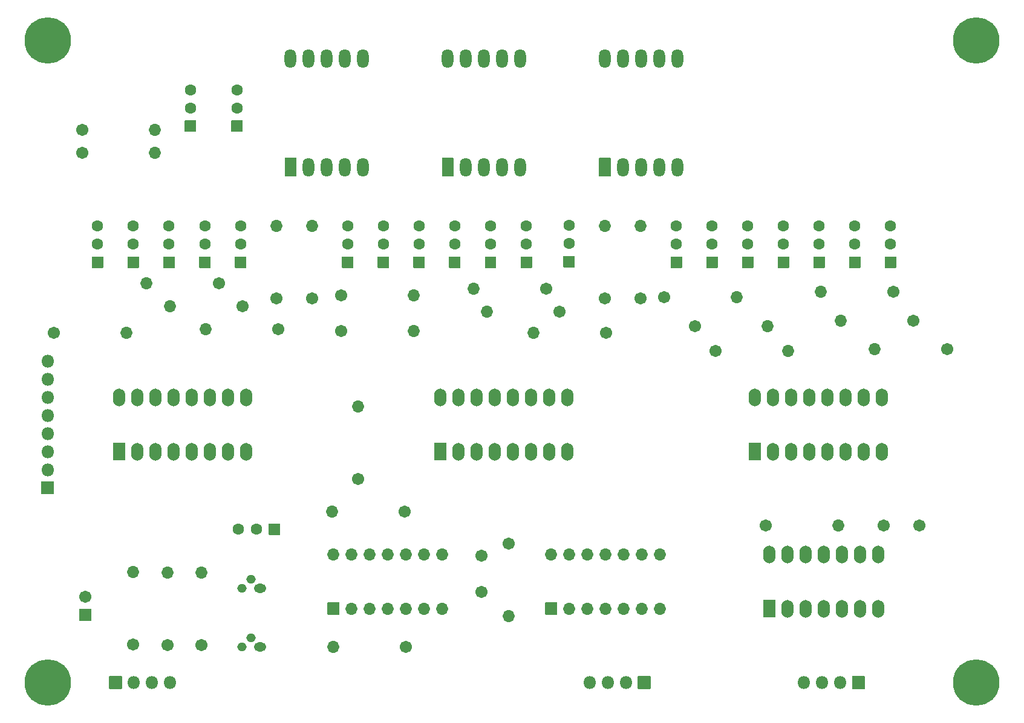
<source format=gbr>
%TF.GenerationSoftware,KiCad,Pcbnew,(5.1.10-1-10_14)*%
%TF.CreationDate,2022-01-24T17:11:52+11:00*%
%TF.ProjectId,Octal display,4f637461-6c20-4646-9973-706c61792e6b,rev?*%
%TF.SameCoordinates,Original*%
%TF.FileFunction,Soldermask,Bot*%
%TF.FilePolarity,Negative*%
%FSLAX46Y46*%
G04 Gerber Fmt 4.6, Leading zero omitted, Abs format (unit mm)*
G04 Created by KiCad (PCBNEW (5.1.10-1-10_14)) date 2022-01-24 17:11:52*
%MOMM*%
%LPD*%
G01*
G04 APERTURE LIST*
%ADD10O,1.802000X1.802000*%
%ADD11O,1.702000X2.502000*%
%ADD12C,1.702000*%
%ADD13O,1.702000X1.702000*%
%ADD14O,1.302000X1.302000*%
%ADD15O,1.702000X1.302000*%
%ADD16C,1.602000*%
%ADD17C,0.902000*%
%ADD18C,6.502000*%
%ADD19O,1.626000X2.626000*%
G04 APERTURE END LIST*
D10*
%TO.C,J3*%
X130880000Y-145000000D03*
X133420000Y-145000000D03*
X135960000Y-145000000D03*
G36*
G01*
X137650000Y-144099000D02*
X139350000Y-144099000D01*
G75*
G02*
X139401000Y-144150000I0J-51000D01*
G01*
X139401000Y-145850000D01*
G75*
G02*
X139350000Y-145901000I-51000J0D01*
G01*
X137650000Y-145901000D01*
G75*
G02*
X137599000Y-145850000I0J51000D01*
G01*
X137599000Y-144150000D01*
G75*
G02*
X137650000Y-144099000I51000J0D01*
G01*
G37*
%TD*%
D11*
%TO.C,U2*%
X65000000Y-105000000D03*
X82780000Y-112620000D03*
X67540000Y-105000000D03*
X80240000Y-112620000D03*
X70080000Y-105000000D03*
X77700000Y-112620000D03*
X72620000Y-105000000D03*
X75160000Y-112620000D03*
X75160000Y-105000000D03*
X72620000Y-112620000D03*
X77700000Y-105000000D03*
X70080000Y-112620000D03*
X80240000Y-105000000D03*
X67540000Y-112620000D03*
X82780000Y-105000000D03*
G36*
G01*
X65800000Y-113871000D02*
X64200000Y-113871000D01*
G75*
G02*
X64149000Y-113820000I0J51000D01*
G01*
X64149000Y-111420000D01*
G75*
G02*
X64200000Y-111369000I51000J0D01*
G01*
X65800000Y-111369000D01*
G75*
G02*
X65851000Y-111420000I0J-51000D01*
G01*
X65851000Y-113820000D01*
G75*
G02*
X65800000Y-113871000I-51000J0D01*
G01*
G37*
%TD*%
%TO.C,U4*%
X154000000Y-105000000D03*
X171780000Y-112620000D03*
X156540000Y-105000000D03*
X169240000Y-112620000D03*
X159080000Y-105000000D03*
X166700000Y-112620000D03*
X161620000Y-105000000D03*
X164160000Y-112620000D03*
X164160000Y-105000000D03*
X161620000Y-112620000D03*
X166700000Y-105000000D03*
X159080000Y-112620000D03*
X169240000Y-105000000D03*
X156540000Y-112620000D03*
X171780000Y-105000000D03*
G36*
G01*
X154800000Y-113871000D02*
X153200000Y-113871000D01*
G75*
G02*
X153149000Y-113820000I0J51000D01*
G01*
X153149000Y-111420000D01*
G75*
G02*
X153200000Y-111369000I51000J0D01*
G01*
X154800000Y-111369000D01*
G75*
G02*
X154851000Y-111420000I0J-51000D01*
G01*
X154851000Y-113820000D01*
G75*
G02*
X154800000Y-113871000I-51000J0D01*
G01*
G37*
%TD*%
%TO.C,U3*%
X110000000Y-105000000D03*
X127780000Y-112620000D03*
X112540000Y-105000000D03*
X125240000Y-112620000D03*
X115080000Y-105000000D03*
X122700000Y-112620000D03*
X117620000Y-105000000D03*
X120160000Y-112620000D03*
X120160000Y-105000000D03*
X117620000Y-112620000D03*
X122700000Y-105000000D03*
X115080000Y-112620000D03*
X125240000Y-105000000D03*
X112540000Y-112620000D03*
X127780000Y-105000000D03*
G36*
G01*
X110800000Y-113871000D02*
X109200000Y-113871000D01*
G75*
G02*
X109149000Y-113820000I0J51000D01*
G01*
X109149000Y-111420000D01*
G75*
G02*
X109200000Y-111369000I51000J0D01*
G01*
X110800000Y-111369000D01*
G75*
G02*
X110851000Y-111420000I0J-51000D01*
G01*
X110851000Y-113820000D01*
G75*
G02*
X110800000Y-113871000I-51000J0D01*
G01*
G37*
%TD*%
D10*
%TO.C,J4*%
X72120000Y-145000000D03*
X69580000Y-145000000D03*
X67040000Y-145000000D03*
G36*
G01*
X63650000Y-144099000D02*
X65350000Y-144099000D01*
G75*
G02*
X65401000Y-144150000I0J-51000D01*
G01*
X65401000Y-145850000D01*
G75*
G02*
X65350000Y-145901000I-51000J0D01*
G01*
X63650000Y-145901000D01*
G75*
G02*
X63599000Y-145850000I0J51000D01*
G01*
X63599000Y-144150000D01*
G75*
G02*
X63650000Y-144099000I51000J0D01*
G01*
G37*
%TD*%
D12*
%TO.C,C2*%
X115750000Y-127250000D03*
X115750000Y-132250000D03*
%TD*%
%TO.C,C3*%
X60250000Y-133000000D03*
G36*
G01*
X61050000Y-136351000D02*
X59450000Y-136351000D01*
G75*
G02*
X59399000Y-136300000I0J51000D01*
G01*
X59399000Y-134700000D01*
G75*
G02*
X59450000Y-134649000I51000J0D01*
G01*
X61050000Y-134649000D01*
G75*
G02*
X61101000Y-134700000I0J-51000D01*
G01*
X61101000Y-136300000D01*
G75*
G02*
X61050000Y-136351000I-51000J0D01*
G01*
G37*
%TD*%
D13*
%TO.C,R29*%
X67000000Y-129500000D03*
D12*
X67000000Y-139660000D03*
%TD*%
D13*
%TO.C,R28*%
X71750000Y-129590000D03*
D12*
X71750000Y-139750000D03*
%TD*%
D14*
%TO.C,Q24*%
X82210000Y-140000000D03*
X83480000Y-138730000D03*
D15*
X84750000Y-140000000D03*
%TD*%
D14*
%TO.C,Q23*%
X82210000Y-131750000D03*
X83480000Y-130480000D03*
D15*
X84750000Y-131750000D03*
%TD*%
%TO.C,D1*%
G36*
G01*
X87551000Y-122750000D02*
X87551000Y-124250000D01*
G75*
G02*
X87500000Y-124301000I-51000J0D01*
G01*
X86000000Y-124301000D01*
G75*
G02*
X85949000Y-124250000I0J51000D01*
G01*
X85949000Y-122750000D01*
G75*
G02*
X86000000Y-122699000I51000J0D01*
G01*
X87500000Y-122699000D01*
G75*
G02*
X87551000Y-122750000I0J-51000D01*
G01*
G37*
D16*
X81670000Y-123500000D03*
X84210000Y-123500000D03*
%TD*%
D13*
%TO.C,U6*%
X95000000Y-127000000D03*
X110240000Y-134620000D03*
X97540000Y-127000000D03*
X107700000Y-134620000D03*
X100080000Y-127000000D03*
X105160000Y-134620000D03*
X102620000Y-127000000D03*
X102620000Y-134620000D03*
X105160000Y-127000000D03*
X100080000Y-134620000D03*
X107700000Y-127000000D03*
X97540000Y-134620000D03*
X110240000Y-127000000D03*
G36*
G01*
X95800000Y-135471000D02*
X94200000Y-135471000D01*
G75*
G02*
X94149000Y-135420000I0J51000D01*
G01*
X94149000Y-133820000D01*
G75*
G02*
X94200000Y-133769000I51000J0D01*
G01*
X95800000Y-133769000D01*
G75*
G02*
X95851000Y-133820000I0J-51000D01*
G01*
X95851000Y-135420000D01*
G75*
G02*
X95800000Y-135471000I-51000J0D01*
G01*
G37*
%TD*%
%TO.C,R27*%
X98500000Y-106340000D03*
D12*
X98500000Y-116500000D03*
%TD*%
D13*
%TO.C,R26*%
X95000000Y-140000000D03*
D12*
X105160000Y-140000000D03*
%TD*%
D13*
%TO.C,R25*%
X76500000Y-129590000D03*
D12*
X76500000Y-139750000D03*
%TD*%
D13*
%TO.C,R24*%
X94840000Y-121000000D03*
D12*
X105000000Y-121000000D03*
%TD*%
D13*
%TO.C,R23*%
X119500000Y-135660000D03*
D12*
X119500000Y-125500000D03*
%TD*%
D13*
%TO.C,U5*%
X125500000Y-127000000D03*
X140740000Y-134620000D03*
X128040000Y-127000000D03*
X138200000Y-134620000D03*
X130580000Y-127000000D03*
X135660000Y-134620000D03*
X133120000Y-127000000D03*
X133120000Y-134620000D03*
X135660000Y-127000000D03*
X130580000Y-134620000D03*
X138200000Y-127000000D03*
X128040000Y-134620000D03*
X140740000Y-127000000D03*
G36*
G01*
X126300000Y-135471000D02*
X124700000Y-135471000D01*
G75*
G02*
X124649000Y-135420000I0J51000D01*
G01*
X124649000Y-133820000D01*
G75*
G02*
X124700000Y-133769000I51000J0D01*
G01*
X126300000Y-133769000D01*
G75*
G02*
X126351000Y-133820000I0J-51000D01*
G01*
X126351000Y-135420000D01*
G75*
G02*
X126300000Y-135471000I-51000J0D01*
G01*
G37*
%TD*%
%TO.C,R22*%
X165660000Y-123000000D03*
D12*
X155500000Y-123000000D03*
%TD*%
%TO.C,C1*%
X177000000Y-123000000D03*
X172000000Y-123000000D03*
%TD*%
D17*
%TO.C,H4*%
X56697056Y-143302944D03*
X55000000Y-142600000D03*
X53302944Y-143302944D03*
X52600000Y-145000000D03*
X53302944Y-146697056D03*
X55000000Y-147400000D03*
X56697056Y-146697056D03*
X57400000Y-145000000D03*
D18*
X55000000Y-145000000D03*
%TD*%
D17*
%TO.C,H3*%
X186697056Y-143302944D03*
X185000000Y-142600000D03*
X183302944Y-143302944D03*
X182600000Y-145000000D03*
X183302944Y-146697056D03*
X185000000Y-147400000D03*
X186697056Y-146697056D03*
X187400000Y-145000000D03*
D18*
X185000000Y-145000000D03*
%TD*%
D17*
%TO.C,H2*%
X186697056Y-53302944D03*
X185000000Y-52600000D03*
X183302944Y-53302944D03*
X182600000Y-55000000D03*
X183302944Y-56697056D03*
X185000000Y-57400000D03*
X186697056Y-56697056D03*
X187400000Y-55000000D03*
D18*
X185000000Y-55000000D03*
%TD*%
D17*
%TO.C,H1*%
X56697056Y-53302944D03*
X55000000Y-52600000D03*
X53302944Y-53302944D03*
X52600000Y-55000000D03*
X53302944Y-56697056D03*
X55000000Y-57400000D03*
X56697056Y-56697056D03*
X57400000Y-55000000D03*
D18*
X55000000Y-55000000D03*
%TD*%
D10*
%TO.C,J2*%
X160880000Y-145000000D03*
X163420000Y-145000000D03*
X165960000Y-145000000D03*
G36*
G01*
X169350000Y-145901000D02*
X167650000Y-145901000D01*
G75*
G02*
X167599000Y-145850000I0J51000D01*
G01*
X167599000Y-144150000D01*
G75*
G02*
X167650000Y-144099000I51000J0D01*
G01*
X169350000Y-144099000D01*
G75*
G02*
X169401000Y-144150000I0J-51000D01*
G01*
X169401000Y-145850000D01*
G75*
G02*
X169350000Y-145901000I-51000J0D01*
G01*
G37*
%TD*%
%TO.C,J1*%
X55000000Y-99920000D03*
X55000000Y-102460000D03*
X55000000Y-105000000D03*
X55000000Y-107540000D03*
X55000000Y-110080000D03*
X55000000Y-112620000D03*
X55000000Y-115160000D03*
G36*
G01*
X54099000Y-118550000D02*
X54099000Y-116850000D01*
G75*
G02*
X54150000Y-116799000I51000J0D01*
G01*
X55850000Y-116799000D01*
G75*
G02*
X55901000Y-116850000I0J-51000D01*
G01*
X55901000Y-118550000D01*
G75*
G02*
X55850000Y-118601000I-51000J0D01*
G01*
X54150000Y-118601000D01*
G75*
G02*
X54099000Y-118550000I0J51000D01*
G01*
G37*
%TD*%
%TO.C,AFF2*%
G36*
G01*
X110187000Y-74002000D02*
X110187000Y-71478000D01*
G75*
G02*
X110238000Y-71427000I51000J0D01*
G01*
X111762000Y-71427000D01*
G75*
G02*
X111813000Y-71478000I0J-51000D01*
G01*
X111813000Y-74002000D01*
G75*
G02*
X111762000Y-74053000I-51000J0D01*
G01*
X110238000Y-74053000D01*
G75*
G02*
X110187000Y-74002000I0J51000D01*
G01*
G37*
D19*
X113540000Y-72740000D03*
X116080000Y-72740000D03*
X118620000Y-72740000D03*
X121160000Y-72740000D03*
X121160000Y-57500000D03*
X118620000Y-57500000D03*
X116080000Y-57500000D03*
X113540000Y-57500000D03*
X111000000Y-57500000D03*
%TD*%
D13*
%TO.C,R2*%
X68840000Y-89000000D03*
D12*
X79000000Y-89000000D03*
%TD*%
D11*
%TO.C,U1*%
X156000000Y-127000000D03*
X171240000Y-134620000D03*
X158540000Y-127000000D03*
X168700000Y-134620000D03*
X161080000Y-127000000D03*
X166160000Y-134620000D03*
X163620000Y-127000000D03*
X163620000Y-134620000D03*
X166160000Y-127000000D03*
X161080000Y-134620000D03*
X168700000Y-127000000D03*
X158540000Y-134620000D03*
X171240000Y-127000000D03*
G36*
G01*
X156800000Y-135871000D02*
X155200000Y-135871000D01*
G75*
G02*
X155149000Y-135820000I0J51000D01*
G01*
X155149000Y-133420000D01*
G75*
G02*
X155200000Y-133369000I51000J0D01*
G01*
X156800000Y-133369000D01*
G75*
G02*
X156851000Y-133420000I0J-51000D01*
G01*
X156851000Y-135820000D01*
G75*
G02*
X156800000Y-135871000I-51000J0D01*
G01*
G37*
%TD*%
D13*
%TO.C,R21*%
X151500000Y-91000000D03*
D12*
X141340000Y-91000000D03*
%TD*%
D13*
%TO.C,R20*%
X138000000Y-81000000D03*
D12*
X138000000Y-91160000D03*
%TD*%
D13*
%TO.C,R19*%
X170750000Y-98250000D03*
D12*
X180910000Y-98250000D03*
%TD*%
D13*
%TO.C,R18*%
X166000000Y-94250000D03*
D12*
X176160000Y-94250000D03*
%TD*%
D13*
%TO.C,R17*%
X163250000Y-90250000D03*
D12*
X173410000Y-90250000D03*
%TD*%
D13*
%TO.C,R16*%
X158660000Y-98500000D03*
D12*
X148500000Y-98500000D03*
%TD*%
D13*
%TO.C,R15*%
X155750000Y-95000000D03*
D12*
X145590000Y-95000000D03*
%TD*%
D13*
%TO.C,R14*%
X106250000Y-95750000D03*
D12*
X96090000Y-95750000D03*
%TD*%
D13*
%TO.C,R13*%
X92000000Y-81000000D03*
D12*
X92000000Y-91160000D03*
%TD*%
D13*
%TO.C,R12*%
X133000000Y-81000000D03*
D12*
X133000000Y-91160000D03*
%TD*%
D13*
%TO.C,R11*%
X123000000Y-96000000D03*
D12*
X133160000Y-96000000D03*
%TD*%
D13*
%TO.C,R10*%
X116500000Y-93000000D03*
D12*
X126660000Y-93000000D03*
%TD*%
D13*
%TO.C,R9*%
X114590000Y-89750000D03*
D12*
X124750000Y-89750000D03*
%TD*%
D13*
%TO.C,R8*%
X106250000Y-90750000D03*
D12*
X96090000Y-90750000D03*
%TD*%
D13*
%TO.C,R7*%
X70000000Y-70750000D03*
D12*
X59840000Y-70750000D03*
%TD*%
D13*
%TO.C,R6*%
X70000000Y-67500000D03*
D12*
X59840000Y-67500000D03*
%TD*%
D13*
%TO.C,R5*%
X87000000Y-81000000D03*
D12*
X87000000Y-91160000D03*
%TD*%
D13*
%TO.C,R4*%
X77090000Y-95500000D03*
D12*
X87250000Y-95500000D03*
%TD*%
D13*
%TO.C,R3*%
X72090000Y-92250000D03*
D12*
X82250000Y-92250000D03*
%TD*%
D13*
%TO.C,R1*%
X66000000Y-96000000D03*
D12*
X55840000Y-96000000D03*
%TD*%
%TO.C,Q21*%
G36*
G01*
X148750000Y-86881000D02*
X147250000Y-86881000D01*
G75*
G02*
X147199000Y-86830000I0J51000D01*
G01*
X147199000Y-85330000D01*
G75*
G02*
X147250000Y-85279000I51000J0D01*
G01*
X148750000Y-85279000D01*
G75*
G02*
X148801000Y-85330000I0J-51000D01*
G01*
X148801000Y-86830000D01*
G75*
G02*
X148750000Y-86881000I-51000J0D01*
G01*
G37*
D16*
X148000000Y-81000000D03*
X148000000Y-83540000D03*
%TD*%
%TO.C,Q20*%
G36*
G01*
X143750000Y-86881000D02*
X142250000Y-86881000D01*
G75*
G02*
X142199000Y-86830000I0J51000D01*
G01*
X142199000Y-85330000D01*
G75*
G02*
X142250000Y-85279000I51000J0D01*
G01*
X143750000Y-85279000D01*
G75*
G02*
X143801000Y-85330000I0J-51000D01*
G01*
X143801000Y-86830000D01*
G75*
G02*
X143750000Y-86881000I-51000J0D01*
G01*
G37*
X143000000Y-81000000D03*
X143000000Y-83540000D03*
%TD*%
%TO.C,Q19*%
G36*
G01*
X173750000Y-86881000D02*
X172250000Y-86881000D01*
G75*
G02*
X172199000Y-86830000I0J51000D01*
G01*
X172199000Y-85330000D01*
G75*
G02*
X172250000Y-85279000I51000J0D01*
G01*
X173750000Y-85279000D01*
G75*
G02*
X173801000Y-85330000I0J-51000D01*
G01*
X173801000Y-86830000D01*
G75*
G02*
X173750000Y-86881000I-51000J0D01*
G01*
G37*
X173000000Y-81000000D03*
X173000000Y-83540000D03*
%TD*%
%TO.C,Q18*%
G36*
G01*
X168750000Y-86881000D02*
X167250000Y-86881000D01*
G75*
G02*
X167199000Y-86830000I0J51000D01*
G01*
X167199000Y-85330000D01*
G75*
G02*
X167250000Y-85279000I51000J0D01*
G01*
X168750000Y-85279000D01*
G75*
G02*
X168801000Y-85330000I0J-51000D01*
G01*
X168801000Y-86830000D01*
G75*
G02*
X168750000Y-86881000I-51000J0D01*
G01*
G37*
X168000000Y-81000000D03*
X168000000Y-83540000D03*
%TD*%
%TO.C,Q17*%
G36*
G01*
X163750000Y-86881000D02*
X162250000Y-86881000D01*
G75*
G02*
X162199000Y-86830000I0J51000D01*
G01*
X162199000Y-85330000D01*
G75*
G02*
X162250000Y-85279000I51000J0D01*
G01*
X163750000Y-85279000D01*
G75*
G02*
X163801000Y-85330000I0J-51000D01*
G01*
X163801000Y-86830000D01*
G75*
G02*
X163750000Y-86881000I-51000J0D01*
G01*
G37*
X163000000Y-81000000D03*
X163000000Y-83540000D03*
%TD*%
%TO.C,Q16*%
G36*
G01*
X158750000Y-86881000D02*
X157250000Y-86881000D01*
G75*
G02*
X157199000Y-86830000I0J51000D01*
G01*
X157199000Y-85330000D01*
G75*
G02*
X157250000Y-85279000I51000J0D01*
G01*
X158750000Y-85279000D01*
G75*
G02*
X158801000Y-85330000I0J-51000D01*
G01*
X158801000Y-86830000D01*
G75*
G02*
X158750000Y-86881000I-51000J0D01*
G01*
G37*
X158000000Y-81000000D03*
X158000000Y-83540000D03*
%TD*%
%TO.C,Q15*%
G36*
G01*
X153750000Y-86881000D02*
X152250000Y-86881000D01*
G75*
G02*
X152199000Y-86830000I0J51000D01*
G01*
X152199000Y-85330000D01*
G75*
G02*
X152250000Y-85279000I51000J0D01*
G01*
X153750000Y-85279000D01*
G75*
G02*
X153801000Y-85330000I0J-51000D01*
G01*
X153801000Y-86830000D01*
G75*
G02*
X153750000Y-86881000I-51000J0D01*
G01*
G37*
X153000000Y-81000000D03*
X153000000Y-83540000D03*
%TD*%
%TO.C,Q14*%
G36*
G01*
X102750000Y-86881000D02*
X101250000Y-86881000D01*
G75*
G02*
X101199000Y-86830000I0J51000D01*
G01*
X101199000Y-85330000D01*
G75*
G02*
X101250000Y-85279000I51000J0D01*
G01*
X102750000Y-85279000D01*
G75*
G02*
X102801000Y-85330000I0J-51000D01*
G01*
X102801000Y-86830000D01*
G75*
G02*
X102750000Y-86881000I-51000J0D01*
G01*
G37*
X102000000Y-81000000D03*
X102000000Y-83540000D03*
%TD*%
%TO.C,Q13*%
G36*
G01*
X97750000Y-86881000D02*
X96250000Y-86881000D01*
G75*
G02*
X96199000Y-86830000I0J51000D01*
G01*
X96199000Y-85330000D01*
G75*
G02*
X96250000Y-85279000I51000J0D01*
G01*
X97750000Y-85279000D01*
G75*
G02*
X97801000Y-85330000I0J-51000D01*
G01*
X97801000Y-86830000D01*
G75*
G02*
X97750000Y-86881000I-51000J0D01*
G01*
G37*
X97000000Y-81000000D03*
X97000000Y-83540000D03*
%TD*%
%TO.C,Q12*%
G36*
G01*
X128750000Y-86801000D02*
X127250000Y-86801000D01*
G75*
G02*
X127199000Y-86750000I0J51000D01*
G01*
X127199000Y-85250000D01*
G75*
G02*
X127250000Y-85199000I51000J0D01*
G01*
X128750000Y-85199000D01*
G75*
G02*
X128801000Y-85250000I0J-51000D01*
G01*
X128801000Y-86750000D01*
G75*
G02*
X128750000Y-86801000I-51000J0D01*
G01*
G37*
X128000000Y-80920000D03*
X128000000Y-83460000D03*
%TD*%
%TO.C,Q11*%
G36*
G01*
X122750000Y-86881000D02*
X121250000Y-86881000D01*
G75*
G02*
X121199000Y-86830000I0J51000D01*
G01*
X121199000Y-85330000D01*
G75*
G02*
X121250000Y-85279000I51000J0D01*
G01*
X122750000Y-85279000D01*
G75*
G02*
X122801000Y-85330000I0J-51000D01*
G01*
X122801000Y-86830000D01*
G75*
G02*
X122750000Y-86881000I-51000J0D01*
G01*
G37*
X122000000Y-81000000D03*
X122000000Y-83540000D03*
%TD*%
%TO.C,Q10*%
G36*
G01*
X117750000Y-86881000D02*
X116250000Y-86881000D01*
G75*
G02*
X116199000Y-86830000I0J51000D01*
G01*
X116199000Y-85330000D01*
G75*
G02*
X116250000Y-85279000I51000J0D01*
G01*
X117750000Y-85279000D01*
G75*
G02*
X117801000Y-85330000I0J-51000D01*
G01*
X117801000Y-86830000D01*
G75*
G02*
X117750000Y-86881000I-51000J0D01*
G01*
G37*
X117000000Y-81000000D03*
X117000000Y-83540000D03*
%TD*%
%TO.C,Q9*%
G36*
G01*
X112750000Y-86881000D02*
X111250000Y-86881000D01*
G75*
G02*
X111199000Y-86830000I0J51000D01*
G01*
X111199000Y-85330000D01*
G75*
G02*
X111250000Y-85279000I51000J0D01*
G01*
X112750000Y-85279000D01*
G75*
G02*
X112801000Y-85330000I0J-51000D01*
G01*
X112801000Y-86830000D01*
G75*
G02*
X112750000Y-86881000I-51000J0D01*
G01*
G37*
X112000000Y-81000000D03*
X112000000Y-83540000D03*
%TD*%
%TO.C,Q8*%
G36*
G01*
X107750000Y-86881000D02*
X106250000Y-86881000D01*
G75*
G02*
X106199000Y-86830000I0J51000D01*
G01*
X106199000Y-85330000D01*
G75*
G02*
X106250000Y-85279000I51000J0D01*
G01*
X107750000Y-85279000D01*
G75*
G02*
X107801000Y-85330000I0J-51000D01*
G01*
X107801000Y-86830000D01*
G75*
G02*
X107750000Y-86881000I-51000J0D01*
G01*
G37*
X107000000Y-81000000D03*
X107000000Y-83540000D03*
%TD*%
%TO.C,Q7*%
G36*
G01*
X82250000Y-67801000D02*
X80750000Y-67801000D01*
G75*
G02*
X80699000Y-67750000I0J51000D01*
G01*
X80699000Y-66250000D01*
G75*
G02*
X80750000Y-66199000I51000J0D01*
G01*
X82250000Y-66199000D01*
G75*
G02*
X82301000Y-66250000I0J-51000D01*
G01*
X82301000Y-67750000D01*
G75*
G02*
X82250000Y-67801000I-51000J0D01*
G01*
G37*
X81500000Y-61920000D03*
X81500000Y-64460000D03*
%TD*%
%TO.C,Q6*%
G36*
G01*
X75750000Y-67801000D02*
X74250000Y-67801000D01*
G75*
G02*
X74199000Y-67750000I0J51000D01*
G01*
X74199000Y-66250000D01*
G75*
G02*
X74250000Y-66199000I51000J0D01*
G01*
X75750000Y-66199000D01*
G75*
G02*
X75801000Y-66250000I0J-51000D01*
G01*
X75801000Y-67750000D01*
G75*
G02*
X75750000Y-67801000I-51000J0D01*
G01*
G37*
X75000000Y-61920000D03*
X75000000Y-64460000D03*
%TD*%
%TO.C,Q5*%
G36*
G01*
X82750000Y-86881000D02*
X81250000Y-86881000D01*
G75*
G02*
X81199000Y-86830000I0J51000D01*
G01*
X81199000Y-85330000D01*
G75*
G02*
X81250000Y-85279000I51000J0D01*
G01*
X82750000Y-85279000D01*
G75*
G02*
X82801000Y-85330000I0J-51000D01*
G01*
X82801000Y-86830000D01*
G75*
G02*
X82750000Y-86881000I-51000J0D01*
G01*
G37*
X82000000Y-81000000D03*
X82000000Y-83540000D03*
%TD*%
%TO.C,Q4*%
G36*
G01*
X77750000Y-86881000D02*
X76250000Y-86881000D01*
G75*
G02*
X76199000Y-86830000I0J51000D01*
G01*
X76199000Y-85330000D01*
G75*
G02*
X76250000Y-85279000I51000J0D01*
G01*
X77750000Y-85279000D01*
G75*
G02*
X77801000Y-85330000I0J-51000D01*
G01*
X77801000Y-86830000D01*
G75*
G02*
X77750000Y-86881000I-51000J0D01*
G01*
G37*
X77000000Y-81000000D03*
X77000000Y-83540000D03*
%TD*%
%TO.C,Q3*%
G36*
G01*
X72750000Y-86881000D02*
X71250000Y-86881000D01*
G75*
G02*
X71199000Y-86830000I0J51000D01*
G01*
X71199000Y-85330000D01*
G75*
G02*
X71250000Y-85279000I51000J0D01*
G01*
X72750000Y-85279000D01*
G75*
G02*
X72801000Y-85330000I0J-51000D01*
G01*
X72801000Y-86830000D01*
G75*
G02*
X72750000Y-86881000I-51000J0D01*
G01*
G37*
X72000000Y-81000000D03*
X72000000Y-83540000D03*
%TD*%
%TO.C,Q2*%
G36*
G01*
X67750000Y-86881000D02*
X66250000Y-86881000D01*
G75*
G02*
X66199000Y-86830000I0J51000D01*
G01*
X66199000Y-85330000D01*
G75*
G02*
X66250000Y-85279000I51000J0D01*
G01*
X67750000Y-85279000D01*
G75*
G02*
X67801000Y-85330000I0J-51000D01*
G01*
X67801000Y-86830000D01*
G75*
G02*
X67750000Y-86881000I-51000J0D01*
G01*
G37*
X67000000Y-81000000D03*
X67000000Y-83540000D03*
%TD*%
%TO.C,Q1*%
G36*
G01*
X62750000Y-86881000D02*
X61250000Y-86881000D01*
G75*
G02*
X61199000Y-86830000I0J51000D01*
G01*
X61199000Y-85330000D01*
G75*
G02*
X61250000Y-85279000I51000J0D01*
G01*
X62750000Y-85279000D01*
G75*
G02*
X62801000Y-85330000I0J-51000D01*
G01*
X62801000Y-86830000D01*
G75*
G02*
X62750000Y-86881000I-51000J0D01*
G01*
G37*
X62000000Y-81000000D03*
X62000000Y-83540000D03*
%TD*%
%TO.C,AFF3*%
G36*
G01*
X132187000Y-74002000D02*
X132187000Y-71478000D01*
G75*
G02*
X132238000Y-71427000I51000J0D01*
G01*
X133762000Y-71427000D01*
G75*
G02*
X133813000Y-71478000I0J-51000D01*
G01*
X133813000Y-74002000D01*
G75*
G02*
X133762000Y-74053000I-51000J0D01*
G01*
X132238000Y-74053000D01*
G75*
G02*
X132187000Y-74002000I0J51000D01*
G01*
G37*
D19*
X135540000Y-72740000D03*
X138080000Y-72740000D03*
X140620000Y-72740000D03*
X143160000Y-72740000D03*
X143160000Y-57500000D03*
X140620000Y-57500000D03*
X138080000Y-57500000D03*
X135540000Y-57500000D03*
X133000000Y-57500000D03*
%TD*%
%TO.C,AFF1*%
G36*
G01*
X88187000Y-74002000D02*
X88187000Y-71478000D01*
G75*
G02*
X88238000Y-71427000I51000J0D01*
G01*
X89762000Y-71427000D01*
G75*
G02*
X89813000Y-71478000I0J-51000D01*
G01*
X89813000Y-74002000D01*
G75*
G02*
X89762000Y-74053000I-51000J0D01*
G01*
X88238000Y-74053000D01*
G75*
G02*
X88187000Y-74002000I0J51000D01*
G01*
G37*
X91540000Y-72740000D03*
X94080000Y-72740000D03*
X96620000Y-72740000D03*
X99160000Y-72740000D03*
X99160000Y-57500000D03*
X96620000Y-57500000D03*
X94080000Y-57500000D03*
X91540000Y-57500000D03*
X89000000Y-57500000D03*
%TD*%
M02*

</source>
